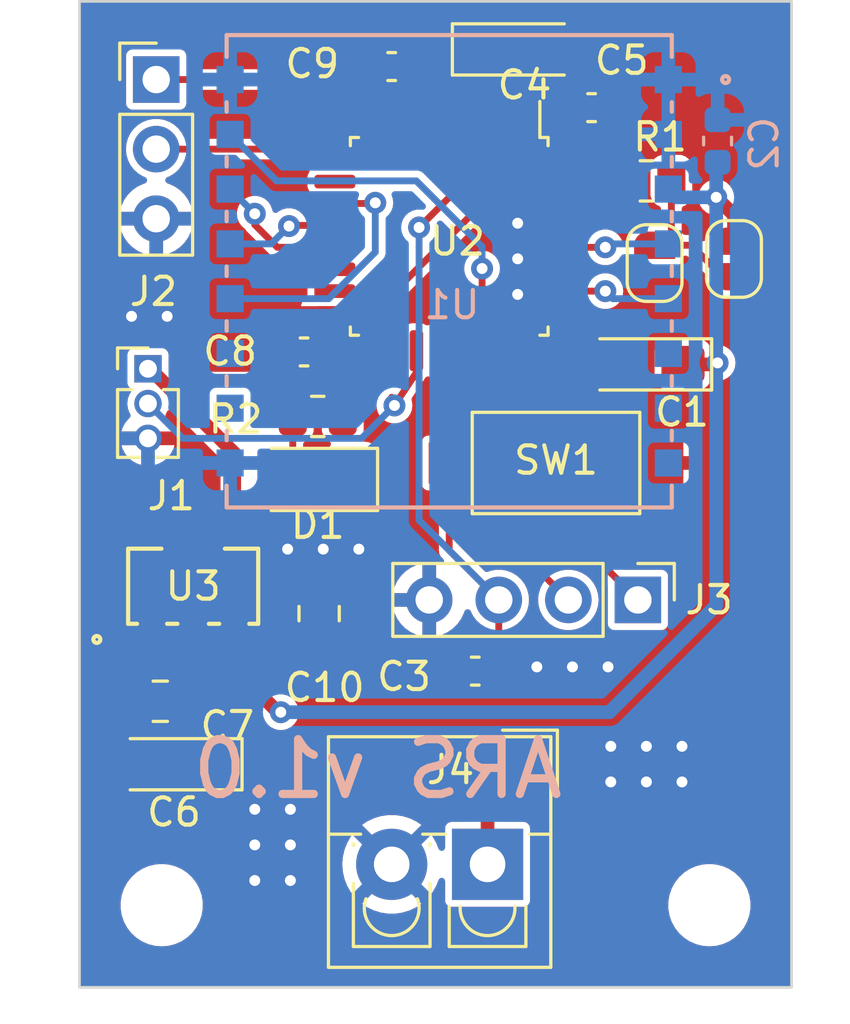
<source format=kicad_pcb>
(kicad_pcb (version 20221018) (generator pcbnew)
  (layers (0 "F.Cu" signal) (31 "B.Cu" signal) (34 "B.Paste" user) (35 "F.Paste" user) (36 "B.SilkS" user "B.Silkscreen") (37 "F.SilkS" user "F.Silkscreen") (38 "B.Mask" user) (39 "F.Mask" user) (44 "Edge.Cuts" user))
  (net 0 "")
  (net 1 "GND")
  (net 2 "VDD")
  (net 3 "NRST")
  (net 4 "Net-(J4-Pin_1)")
  (net 5 "Net-(D1-A)")
  (net 6 "MOTION_INT")
  (net 7 "UART_TX")
  (net 8 "UART_RX")
  (net 9 "SWDIO")
  (net 10 "SWCLK")
  (net 11 "Net-(JP1-B)")
  (net 12 "Net-(U2-BOOT0)")
  (net 13 "Net-(U2-PA8)")
  (net 14 "RA_RST")
  (net 15 "RA_DIO")
  (net 21 "SCK")
  (net 22 "MISO")
  (net 23 "MOSI")
  (net 24 "RA_NSS")
  (footprint "LED_SMD:LED_1206_3216Metric" (layer "F.Cu") (at 8.6 17.455 180)
    (fp_text reference "D1" (at -0.1 -1.645) (layer "F.SilkS"))
    (fp_text value "LED")
    (fp_line (start -2.285 -1.135) (end -2.285 1.135) (stroke (width 0.12)) (layer "F.SilkS"))
    (fp_line (start -2.285 1.135) (end 1.6 1.135) (stroke (width 0.12)) (layer "F.SilkS"))
    (fp_line (start 1.6 -1.135) (end -2.285 -1.135) (stroke (width 0.12)) (layer "F.SilkS"))
    (pad "1" smd roundrect (at -1.4 0 180) (size 1.25 1.75) (layers "F.Cu" "F.Paste" "F.Mask") (roundrect_rratio 0.2) (net 1 "GND"))
    (pad "2" smd roundrect (at 1.4 0 180) (size 1.25 1.75) (layers "F.Cu" "F.Paste" "F.Mask") (roundrect_rratio 0.2) (net 5 "Net-(D1-A)"))
  )
  (footprint "MountingHole:MountingHole_2.5mm" (layer "F.Cu") (at 3 33)
    (fp_text reference "H1" hide)
    (fp_text value "MountingHole")
    (pad "" np_thru_hole circle (at 0 0) (size 2.5 2.5) (drill 2.5) (layers "*.Cu" "*.Mask"))
  )
  (footprint "Capacitor_Tantalum_SMD:CP_EIA-3216-10_Kemet-I_Pad1.58x1.35mm_HandSolder" (layer "F.Cu") (at 16.1 1.755)
    (fp_text reference "C4" (at 0.15 1.3) (layer "F.SilkS"))
    (fp_text value "10u")
    (fp_line (start -2.485 -0.935) (end -2.485 0.935) (stroke (width 0.12)) (layer "F.SilkS"))
    (fp_line (start -2.485 0.935) (end 1.6 0.935) (stroke (width 0.12)) (layer "F.SilkS"))
    (fp_line (start 1.6 -0.935) (end -2.485 -0.935) (stroke (width 0.12)) (layer "F.SilkS"))
    (pad "1" smd roundrect (at -1.4375 0) (size 1.575 1.35) (layers "F.Cu" "F.Paste" "F.Mask") (roundrect_rratio 0.185185) (net 2 "VDD"))
    (pad "2" smd roundrect (at 1.4375 0) (size 1.575 1.35) (layers "F.Cu" "F.Paste" "F.Mask") (roundrect_rratio 0.185185) (net 1 "GND"))
  )
  (footprint "Capacitor_SMD:C_0805_2012Metric" (layer "F.Cu") (at 2.95 25.555 180)
    (fp_text reference "C7" (at -2.45 -0.9 180) (layer "F.SilkS"))
    (fp_text value "1u")
    (fp_line (start -0.261252 -0.735) (end 0.261252 -0.735) (stroke (width 0.12)) (layer "F.SilkS"))
    (fp_line (start -0.261252 0.735) (end 0.261252 0.735) (stroke (width 0.12)) (layer "F.SilkS"))
    (pad "1" smd roundrect (at -0.95 0 180) (size 1 1.45) (layers "F.Cu" "F.Paste" "F.Mask") (net 4 "Net-(J4-Pin_1)"))
    (pad "2" smd roundrect (at 0.95 0 180) (size 1 1.45) (layers "F.Cu" "F.Paste" "F.Mask") (net 1 "GND"))
  )
  (footprint "Capacitor_SMD:C_0603_1608Metric" (layer "F.Cu") (at 14.45 24.455)
    (fp_text reference "C3" (at -2.6 0.2 180) (layer "F.SilkS"))
    (fp_text value "0.1u")
    (fp_line (start -0.14058 -0.51) (end 0.14058 -0.51) (stroke (width 0.12)) (layer "F.SilkS"))
    (fp_line (start -0.14058 0.51) (end 0.14058 0.51) (stroke (width 0.12)) (layer "F.SilkS"))
    (pad "1" smd roundrect (at -0.775 0) (size 0.9 0.95) (layers "F.Cu" "F.Paste" "F.Mask") (net 1 "GND"))
    (pad "2" smd roundrect (at 0.775 0) (size 0.9 0.95) (layers "F.Cu" "F.Paste" "F.Mask") (net 3 "NRST"))
  )
  (footprint "Connector_PinHeader_1.27mm:PinHeader_1x03_P1.27mm_Vertical" (layer "F.Cu") (at 2.5 13.415)
    (fp_text reference "J1" (at 0.85 4.64) (layer "F.SilkS"))
    (fp_text value "Sensor")
    (fp_line (start -1.11 -0.76) (end 0 -0.76) (stroke (width 0.12)) (layer "F.SilkS"))
    (fp_line (start -1.11 0) (end -1.11 -0.76) (stroke (width 0.12)) (layer "F.SilkS"))
    (fp_line (start -1.11 0.76) (end -1.11 3.235) (stroke (width 0.12)) (layer "F.SilkS"))
    (fp_line (start -1.11 0.76) (end -0.563471 0.76) (stroke (width 0.12)) (layer "F.SilkS"))
    (fp_line (start -1.11 3.235) (end -0.30753 3.235) (stroke (width 0.12)) (layer "F.SilkS"))
    (fp_line (start 0.30753 3.235) (end 1.11 3.235) (stroke (width 0.12)) (layer "F.SilkS"))
    (fp_line (start 0.563471 0.76) (end 1.11 0.76) (stroke (width 0.12)) (layer "F.SilkS"))
    (fp_line (start 1.11 0.76) (end 1.11 3.235) (stroke (width 0.12)) (layer "F.SilkS"))
    (pad "1" thru_hole rect (at 0 0) (size 1 1) (drill 0.65) (layers "*.Cu" "*.Mask") (net 2 "VDD"))
    (pad "2" thru_hole oval (at 0 1.27) (size 1 1) (drill 0.65) (layers "*.Cu" "*.Mask") (net 6 "MOTION_INT"))
    (pad "3" thru_hole oval (at 0 2.54) (size 1 1) (drill 0.65) (layers "*.Cu" "*.Mask") (net 1 "GND"))
  )
  (footprint "Connector_PinHeader_2.54mm:PinHeader_1x04_P2.54mm_Vertical" (layer "F.Cu") (at 20.39 21.855 -90)
    (fp_text reference "J3" (at 0 -2.6 -180) (layer "F.SilkS"))
    (fp_text value "SWD")
    (fp_line (start -1.33 -1.33) (end 0 -1.33) (stroke (width 0.12)) (layer "F.SilkS"))
    (fp_line (start -1.33 0) (end -1.33 -1.33) (stroke (width 0.12)) (layer "F.SilkS"))
    (fp_line (start -1.33 1.27) (end -1.33 8.95) (stroke (width 0.12)) (layer "F.SilkS"))
    (fp_line (start -1.33 1.27) (end 1.33 1.27) (stroke (width 0.12)) (layer "F.SilkS"))
    (fp_line (start -1.33 8.95) (end 1.33 8.95) (stroke (width 0.12)) (layer "F.SilkS"))
    (fp_line (start 1.33 1.27) (end 1.33 8.95) (stroke (width 0.12)) (layer "F.SilkS"))
    (pad "1" thru_hole rect (at 0 0 270) (size 1.7 1.7) (drill 1) (layers "*.Cu" "*.Mask") (net 10 "SWCLK"))
    (pad "2" thru_hole oval (at 0 2.54 270) (size 1.7 1.7) (drill 1) (layers "*.Cu" "*.Mask") (net 9 "SWDIO"))
    (pad "3" thru_hole oval (at 0 5.08 270) (size 1.7 1.7) (drill 1) (layers "*.Cu" "*.Mask") (net 3 "NRST"))
    (pad "4" thru_hole oval (at 0 7.62 270) (size 1.7 1.7) (drill 1) (layers "*.Cu" "*.Mask") (net 1 "GND"))
  )
  (footprint "Capacitor_SMD:C_0805_2012Metric" (layer "F.Cu") (at 8.75 22.355 90)
    (fp_text reference "C10" (at -2.7 0.2) (layer "F.SilkS"))
    (fp_text value "1u")
    (fp_line (start -0.261252 -0.735) (end 0.261252 -0.735) (stroke (width 0.12)) (layer "F.SilkS"))
    (fp_line (start -0.261252 0.735) (end 0.261252 0.735) (stroke (width 0.12)) (layer "F.SilkS"))
    (pad "1" smd roundrect (at -0.95 0 90) (size 1 1.45) (layers "F.Cu" "F.Paste" "F.Mask") (net 2 "VDD"))
    (pad "2" smd roundrect (at 0.95 0 90) (size 1 1.45) (layers "F.Cu" "F.Paste" "F.Mask") (net 1 "GND"))
  )
  (footprint "Capacitor_SMD:C_0603_1608Metric" (layer "F.Cu") (at 11.4 2.38 180)
    (fp_text reference "C9" (at 2.9 0.1) (layer "F.SilkS"))
    (fp_text value "0.1u")
    (fp_line (start -0.14058 -0.51) (end 0.14058 -0.51) (stroke (width 0.12)) (layer "F.SilkS"))
    (fp_line (start -0.14058 0.51) (end 0.14058 0.51) (stroke (width 0.12)) (layer "F.SilkS"))
    (pad "1" smd roundrect (at -0.775 0 180) (size 0.9 0.95) (layers "F.Cu" "F.Paste" "F.Mask") (net 2 "VDD"))
    (pad "2" smd roundrect (at 0.775 0 180) (size 0.9 0.95) (layers "F.Cu" "F.Paste" "F.Mask") (net 1 "GND"))
  )
  (footprint "Resistor_SMD:R_0805_2012Metric" (layer "F.Cu") (at 8.7 15.155 180)
    (fp_text reference "R2" (at 3 -0.1) (layer "F.SilkS"))
    (fp_text value "1k")
    (fp_line (start -0.227064 -0.735) (end 0.227064 -0.735) (stroke (width 0.12)) (layer "F.SilkS"))
    (fp_line (start -0.227064 0.735) (end 0.227064 0.735) (stroke (width 0.12)) (layer "F.SilkS"))
    (pad "1" smd roundrect (at -0.9125 0 180) (size 1.025 1.4) (layers "F.Cu" "F.Paste" "F.Mask") (roundrect_rratio 0.243902) (net 13 "Net-(U2-PA8)"))
    (pad "2" smd roundrect (at 0.9125 0 180) (size 1.025 1.4) (layers "F.Cu" "F.Paste" "F.Mask") (roundrect_rratio 0.243902) (net 5 "Net-(D1-A)"))
  )
  (footprint "Jumper:SolderJumper-2_P1.3mm_Open_RoundedPad1.0x1.5mm" (layer "F.Cu") (at 23.9 9.405 -90)
    (fp_text reference "JP2" hide)
    (fp_text value "SolderJumper_2_Open")
    (fp_line (start -1.4 0.3) (end -1.4 -0.3) (stroke (width 0.12)) (layer "F.SilkS"))
    (fp_line (start -0.7 -1) (end 0.7 -1) (stroke (width 0.12)) (layer "F.SilkS"))
    (fp_line (start 0.7 1) (end -0.7 1) (stroke (width 0.12)) (layer "F.SilkS"))
    (fp_line (start 1.4 -0.3) (end 1.4 0.3) (stroke (width 0.12)) (layer "F.SilkS"))
    (fp_arc (start -1.4 -0.3) (mid -1.194975 -0.794975) (end -0.7 -1) (stroke (width 0.12)) (layer "F.SilkS"))
    (fp_arc (start -0.7 1) (mid -1.194975 0.794975) (end -1.4 0.3) (stroke (width 0.12)) (layer "F.SilkS"))
    (fp_arc (start 0.7 -1) (mid 1.194975 -0.794975) (end 1.4 -0.3) (stroke (width 0.12)) (layer "F.SilkS"))
    (fp_arc (start 1.4 0.3) (mid 1.194975 0.794975) (end 0.7 1) (stroke (width 0.12)) (layer "F.SilkS"))
    (pad "1" smd custom (at -0.65 0 270) (size 1 0.5) (layers "F.Cu" "F.Mask") (net 2 "VDD") (options (clearance outline) (anchor rect)) (primitives (gr_circle (center 0 0.25) (end 0.5 0.25) (width 0) (fill yes)) (gr_circle (center 0 -0.25) (end 0.5 -0.25) (width 0) (fill yes)) (gr_poly (pts (xy 0.5 0.75) (xy 0 0.75) (xy 0 -0.75) (xy 0.5 -0.75)) (width 0) (fill yes))))
    (pad "2" smd custom (at 0.65 0 270) (size 1 0.5) (layers "F.Cu" "F.Mask") (net 11 "Net-(JP1-B)") (options (clearance outline) (anchor rect)) (primitives (gr_circle (center 0 0.25) (end 0.5 0.25) (width 0) (fill yes)) (gr_circle (center 0 -0.25) (end 0.5 -0.25) (width 0) (fill yes)) (gr_poly (pts (xy 0 0.75) (xy -0.5 0.75) (xy -0.5 -0.75) (xy 0 -0.75)) (width 0) (fill yes))))
  )
  (footprint "Capacitor_SMD:C_0603_1608Metric" (layer "F.Cu") (at 8.2 12.8 180)
    (fp_text reference "C8" (at 2.7 0.025) (layer "F.SilkS"))
    (fp_text value "0.1u")
    (fp_line (start -0.14058 -0.51) (end 0.14058 -0.51) (stroke (width 0.12)) (layer "F.SilkS"))
    (fp_line (start -0.14058 0.51) (end 0.14058 0.51) (stroke (width 0.12)) (layer "F.SilkS"))
    (pad "1" smd roundrect (at -0.775 0 180) (size 0.9 0.95) (layers "F.Cu" "F.Paste" "F.Mask") (net 2 "VDD"))
    (pad "2" smd roundrect (at 0.775 0 180) (size 0.9 0.95) (layers "F.Cu" "F.Paste" "F.Mask") (net 1 "GND"))
  )
  (footprint "Jumper:SolderJumper-2_P1.3mm_Open_RoundedPad1.0x1.5mm" (layer "F.Cu") (at 21 9.555 90)
    (fp_text reference "JP1" hide)
    (fp_text value "SolderJumper_2_Open")
    (fp_line (start -1.4 0.3) (end -1.4 -0.3) (stroke (width 0.12)) (layer "F.SilkS"))
    (fp_line (start -0.7 -1) (end 0.7 -1) (stroke (width 0.12)) (layer "F.SilkS"))
    (fp_line (start 0.7 1) (end -0.7 1) (stroke (width 0.12)) (layer "F.SilkS"))
    (fp_line (start 1.4 -0.3) (end 1.4 0.3) (stroke (width 0.12)) (layer "F.SilkS"))
    (fp_arc (start -1.4 -0.3) (mid -1.194975 -0.794975) (end -0.7 -1) (stroke (width 0.12)) (layer "F.SilkS"))
    (fp_arc (start -0.7 1) (mid -1.194975 0.794975) (end -1.4 0.3) (stroke (width 0.12)) (layer "F.SilkS"))
    (fp_arc (start 0.7 -1) (mid 1.194975 -0.794975) (end 1.4 -0.3) (stroke (width 0.12)) (layer "F.SilkS"))
    (fp_arc (start 1.4 0.3) (mid 1.194975 0.794975) (end 0.7 1) (stroke (width 0.12)) (layer "F.SilkS"))
    (pad "1" smd custom (at -0.65 0 90) (size 1 0.5) (layers "F.Cu" "F.Mask") (net 1 "GND") (options (clearance outline) (anchor rect)) (primitives (gr_circle (center 0 0.25) (end 0.5 0.25) (width 0) (fill yes)) (gr_circle (center 0 -0.25) (end 0.5 -0.25) (width 0) (fill yes)) (gr_poly (pts (xy 0.5 0.75) (xy 0 0.75) (xy 0 -0.75) (xy 0.5 -0.75)) (width 0) (fill yes))))
    (pad "2" smd custom (at 0.65 0 90) (size 1 0.5) (layers "F.Cu" "F.Mask") (net 11 "Net-(JP1-B)") (options (clearance outline) (anchor rect)) (primitives (gr_circle (center 0 0.25) (end 0.5 0.25) (width 0) (fill yes)) (gr_circle (center 0 -0.25) (end 0.5 -0.25) (width 0) (fill yes)) (gr_poly (pts (xy 0 0.75) (xy -0.5 0.75) (xy -0.5 -0.75) (xy 0 -0.75)) (width 0) (fill yes))))
  )
  (footprint "Package_QFP:LQFP-32_7x7mm_P0.8mm" (layer "F.Cu") (at 13.5 8.58 -90)
    (fp_text reference "U2" (at 0.175 -0.3 -180) (layer "F.SilkS"))
    (fp_text value "STM32F030K6Tx")
    (fp_line (start -3.61 -3.61) (end -3.61 -3.31) (stroke (width 0.12)) (layer "F.SilkS"))
    (fp_line (start -3.61 -3.31) (end -4.925 -3.31) (stroke (width 0.12)) (layer "F.SilkS"))
    (fp_line (start -3.61 3.61) (end -3.61 3.31) (stroke (width 0.12)) (layer "F.SilkS"))
    (fp_line (start -3.31 -3.61) (end -3.61 -3.61) (stroke (width 0.12)) (layer "F.SilkS"))
    (fp_line (start -3.31 3.61) (end -3.61 3.61) (stroke (width 0.12)) (layer "F.SilkS"))
    (fp_line (start 3.31 -3.61) (end 3.61 -3.61) (stroke (width 0.12)) (layer "F.SilkS"))
    (fp_line (start 3.31 3.61) (end 3.61 3.61) (stroke (width 0.12)) (layer "F.SilkS"))
    (fp_line (start 3.61 -3.61) (end 3.61 -3.31) (stroke (width 0.12)) (layer "F.SilkS"))
    (fp_line (start 3.61 3.61) (end 3.61 3.31) (stroke (width 0.12)) (layer "F.SilkS"))
    (pad "1" smd roundrect (at -4.175 -2.8 270) (size 1.5 0.5) (layers "F.Cu" "F.Paste" "F.Mask") (net 2 "VDD"))
    (pad "2" smd roundrect (at -4.175 -2 270) (size 1.5 0.5) (layers "F.Cu" "F.Paste" "F.Mask"))
    (pad "3" smd roundrect (at -4.175 -1.2 270) (size 1.5 0.5) (layers "F.Cu" "F.Paste" "F.Mask"))
    (pad "4" smd roundrect (at -4.175 -0.4 270) (size 1.5 0.5) (layers "F.Cu" "F.Paste" "F.Mask") (net 3 "NRST"))
    (pad "5" smd roundrect (at -4.175 0.4 270) (size 1.5 0.5) (layers "F.Cu" "F.Paste" "F.Mask") (net 2 "VDD"))
    (pad "6" smd roundrect (at -4.175 1.2 270) (size 1.5 0.5) (layers "F.Cu" "F.Paste" "F.Mask"))
    (pad "7" smd roundrect (at -4.175 2 270) (size 1.5 0.5) (layers "F.Cu" "F.Paste" "F.Mask"))
    (pad "8" smd roundrect (at -4.175 2.8 270) (size 1.5 0.5) (layers "F.Cu" "F.Paste" "F.Mask") (net 7 "UART_TX"))
    (pad "9" smd roundrect (at -2.8 4.175 270) (size 0.5 1.5) (layers "F.Cu" "F.Paste" "F.Mask") (net 8 "UART_RX"))
    (pad "10" smd roundrect (at -2 4.175 270) (size 0.5 1.5) (layers "F.Cu" "F.Paste" "F.Mask"))
    (pad "11" smd roundrect (at -1.2 4.175 270) (size 0.5 1.5) (layers "F.Cu" "F.Paste" "F.Mask") (net 21 "SCK"))
    (pad "12" smd roundrect (at -0.4 4.175 270) (size 0.5 1.5) (layers "F.Cu" "F.Paste" "F.Mask") (net 22 "MISO"))
    (pad "13" smd roundrect (at 0.4 4.175 270) (size 0.5 1.5) (layers "F.Cu" "F.Paste" "F.Mask") (net 23 "MOSI"))
    (pad "14" smd roundrect (at 1.2 4.175 270) (size 0.5 1.5) (layers "F.Cu" "F.Paste" "F.Mask"))
    (pad "15" smd roundrect (at 2 4.175 270) (size 0.5 1.5) (layers "F.Cu" "F.Paste" "F.Mask"))
    (pad "16" smd roundrect (at 2.8 4.175 270) (size 0.5 1.5) (layers "F.Cu" "F.Paste" "F.Mask") (net 1 "GND"))
    (pad "17" smd roundrect (at 4.175 2.8 270) (size 1.5 0.5) (layers "F.Cu" "F.Paste" "F.Mask") (net 2 "VDD"))
    (pad "18" smd roundrect (at 4.175 2 270) (size 1.5 0.5) (layers "F.Cu" "F.Paste" "F.Mask") (net 13 "Net-(U2-PA8)"))
    (pad "19" smd roundrect (at 4.175 1.2 270) (size 1.5 0.5) (layers "F.Cu" "F.Paste" "F.Mask") (net 6 "MOTION_INT"))
    (pad "20" smd roundrect (at 4.175 0.4 270) (size 1.5 0.5) (layers "F.Cu" "F.Paste" "F.Mask"))
    (pad "21" smd roundrect (at 4.175 -0.4 270) (size 1.5 0.5) (layers "F.Cu" "F.Paste" "F.Mask"))
    (pad "22" smd roundrect (at 4.175 -1.2 270) (size 1.5 0.5) (layers "F.Cu" "F.Paste" "F.Mask") (net 24 "RA_NSS"))
    (pad "23" smd roundrect (at 4.175 -2 270) (size 1.5 0.5) (layers "F.Cu" "F.Paste" "F.Mask") (net 9 "SWDIO"))
    (pad "24" smd roundrect (at 4.175 -2.8 270) (size 1.5 0.5) (layers "F.Cu" "F.Paste" "F.Mask") (net 10 "SWCLK"))
    (pad "25" smd roundrect (at 2.8 -4.175 270) (size 0.5 1.5) (layers "F.Cu" "F.Paste" "F.Mask"))
    (pad "26" smd roundrect (at 2 -4.175 270) (size 0.5 1.5) (layers "F.Cu" "F.Paste" "F.Mask") (net 15 "RA_DIO"))
    (pad "27" smd roundrect (at 1.2 -4.175 270) (size 0.5 1.5) (layers "F.Cu" "F.Paste" "F.Mask"))
    (pad "28" smd roundrect (at 0.4 -4.175 270) (size 0.5 1.5) (layers "F.Cu" "F.Paste" "F.Mask") (net 14 "RA_RST"))
    (pad "29" smd roundrect (at -0.4 -4.175 270) (size 0.5 1.5) (layers "F.Cu" "F.Paste" "F.Mask"))
    (pad "30" smd roundrect (at -1.2 -4.175 270) (size 0.5 1.5) (layers "F.Cu" "F.Paste" "F.Mask"))
    (pad "31" smd roundrect (at -2 -4.175 270) (size 0.5 1.5) (layers "F.Cu" "F.Paste" "F.Mask") (net 12 "Net-(U2-BOOT0)"))
    (pad "32" smd roundrect (at -2.8 -4.175 270) (size 0.5 1.5) (layers "F.Cu" "F.Paste" "F.Mask") (net 1 "GND"))
  )
  (footprint "footprints1:SOT-89_TOR" (layer "F.Cu") (at 4.15 21.355)
    (fp_text reference "U3" (at 0 0 unlocked) (layer "F.SilkS"))
    (fp_text value "XC6206P332PR-G")
    (fp_poly (pts (xy -0.2413 1.2446) (xy -0.2413 0.9906) (xy -0.8255 0.4572) (xy -0.8255 -2.0066) (xy 0.8255 -2.0066) (xy 0.8255 0.4572) (xy 0.2413 1.016) (xy 0.2413 1.2446)) (fill solid) (layer "F.Cu"))
    (fp_line (start -2.3749 -1.3716) (end -2.3749 1.3716) (stroke (width 0.1524)) (layer "F.SilkS"))
    (fp_line (start -2.3749 1.3716) (end -2.04864 1.3716) (stroke (width 0.1524)) (layer "F.SilkS"))
    (fp_line (start -1.15824 -1.3716) (end -2.3749 -1.3716) (stroke (width 0.1524)) (layer "F.SilkS"))
    (fp_line (start -0.95136 1.3716) (end -0.57404 1.3716) (stroke (width 0.1524)) (layer "F.SilkS"))
    (fp_line (start 0.57404 1.3716) (end 0.95136 1.3716) (stroke (width 0.1524)) (layer "F.SilkS"))
    (fp_line (start 2.04864 1.3716) (end 2.3749 1.3716) (stroke (width 0.1524)) (layer "F.SilkS"))
    (fp_line (start 2.3749 -1.3716) (end 1.15824 -1.3716) (stroke (width 0.1524)) (layer "F.SilkS"))
    (fp_line (start 2.3749 1.3716) (end 2.3749 -1.3716) (stroke (width 0.1524)) (layer "F.SilkS"))
    (fp_circle (center -3.5179 1.9431) (end -3.3909 1.9431) (stroke (width 0.1524)) (fill none) (layer "F.SilkS"))
    (pad "1" smd rect (at -1.5 1.8415) (size 0.4318 1.1938) (layers "F.Cu" "F.Paste" "F.Mask") (net 1 "GND"))
    (pad "2" smd rect (at 0 1.8415) (size 0.4826 1.1938) (layers "F.Cu" "F.Paste" "F.Mask") (net 4 "Net-(J4-Pin_1)"))
    (pad "3" smd rect (at 1.5 1.8415) (size 0.4318 1.1938) (layers "F.Cu" "F.Paste" "F.Mask") (net 2 "VDD"))
  )
  (footprint "Resistor_SMD:R_0805_2012Metric" (layer "F.Cu") (at 20.7 6.555 180)
    (fp_text reference "R1" (at -0.5 1.6 180) (layer "F.SilkS"))
    (fp_text value "10k")
    (fp_line (start -0.227064 -0.735) (end 0.227064 -0.735) (stroke (width 0.12)) (layer "F.SilkS"))
    (fp_line (start -0.227064 0.735) (end 0.227064 0.735) (stroke (width 0.12)) (layer "F.SilkS"))
    (pad "1" smd roundrect (at -0.9125 0 180) (size 1.025 1.4) (layers "F.Cu" "F.Paste" "F.Mask") (roundrect_rratio 0.243902) (net 11 "Net-(JP1-B)"))
    (pad "2" smd roundrect (at 0.9125 0 180) (size 1.025 1.4) (layers "F.Cu" "F.Paste" "F.Mask") (roundrect_rratio 0.243902) (net 12 "Net-(U2-BOOT0)"))
  )
  (footprint "MountingHole:MountingHole_2.5mm" (layer "F.Cu") (at 23 33)
    (fp_text reference "H2" hide)
    (fp_text value "MountingHole")
    (pad "" np_thru_hole circle (at 0 0) (size 2.5 2.5) (drill 2.5) (layers "*.Cu" "*.Mask"))
  )
  (footprint "Capacitor_Tantalum_SMD:CP_EIA-3216-10_Kemet-I_Pad1.58x1.35mm_HandSolder" (layer "F.Cu") (at 20.6 13.255 180)
    (fp_text reference "C1" (at -1.4 -1.745) (layer "F.SilkS"))
    (fp_text value "10u")
    (fp_line (start -2.485 -0.935) (end -2.485 0.935) (stroke (width 0.12)) (layer "F.SilkS"))
    (fp_line (start -2.485 0.935) (end 1.6 0.935) (stroke (width 0.12)) (layer "F.SilkS"))
    (fp_line (start 1.6 -0.935) (end -2.485 -0.935) (stroke (width 0.12)) (layer "F.SilkS"))
    (pad "1" smd roundrect (at -1.4375 0 180) (size 1.575 1.35) (layers "F.Cu" "F.Paste" "F.Mask") (roundrect_rratio 0.185185) (net 2 "VDD"))
    (pad "2" smd roundrect (at 1.4375 0 180) (size 1.575 1.35) (layers "F.Cu" "F.Paste" "F.Mask") (roundrect_rratio 0.185185) (net 1 "GND"))
  )
  (footprint "Connector_PinHeader_2.54mm:PinHeader_1x03_P2.54mm_Vertical" (layer "F.Cu") (at 2.8 2.855)
    (fp_text reference "J2" (at -0.1 7.74) (layer "F.SilkS"))
    (fp_text value "UART")
    (fp_line (start -1.33 -1.33) (end 0 -1.33) (stroke (width 0.12)) (layer "F.SilkS"))
    (fp_line (start -1.33 0) (end -1.33 -1.33) (stroke (width 0.12)) (layer "F.SilkS"))
    (fp_line (start -1.33 1.27) (end -1.33 6.41) (stroke (width 0.12)) (layer "F.SilkS"))
    (fp_line (start -1.33 1.27) (end 1.33 1.27) (stroke (width 0.12)) (layer "F.SilkS"))
    (fp_line (start -1.33 6.41) (end 1.33 6.41) (stroke (width 0.12)) (layer "F.SilkS"))
    (fp_line (start 1.33 1.27) (end 1.33 6.41) (stroke (width 0.12)) (layer "F.SilkS"))
    (pad "1" thru_hole rect (at 0 0) (size 1.7 1.7) (drill 1) (layers "*.Cu" "*.Mask") (net 7 "UART_TX"))
    (pad "2" thru_hole oval (at 0 2.54) (size 1.7 1.7) (drill 1) (layers "*.Cu" "*.Mask") (net 8 "UART_RX"))
    (pad "3" thru_hole oval (at 0 5.08) (size 1.7 1.7) (drill 1) (layers "*.Cu" "*.Mask") (net 1 "GND"))
  )
  (footprint "Button_Switch_SMD:SW_SPST_CK_RS282G05A3" (layer "F.Cu") (at 17.4 16.855)
    (fp_text reference "SW1" (at 0 -0.1) (layer "F.SilkS"))
    (fp_text value "RESET")
    (fp_line (start -3.06 -1.85) (end 3.06 -1.85) (stroke (width 0.12)) (layer "F.SilkS"))
    (fp_line (start -3.06 1.85) (end -3.06 -1.85) (stroke (width 0.12)) (layer "F.SilkS"))
    (fp_line (start 3.06 -1.85) (end 3.06 1.85) (stroke (width 0.12)) (layer "F.SilkS"))
    (fp_line (start 3.06 1.85) (end -3.06 1.85) (stroke (width 0.12)) (layer "F.SilkS"))
    (pad "1" smd rect (at -3.9 0) (size 1.5 1.5) (layers "F.Cu" "F.Paste" "F.Mask") (net 3 "NRST"))
    (pad "2" smd rect (at 3.9 0) (size 1.5 1.5) (layers "F.Cu" "F.Paste" "F.Mask") (net 1 "GND"))
  )
  (footprint "TerminalBlock_4Ucon:TerminalBlock_4Ucon_1x02_P3.50mm_Vertical" (layer "F.Cu") (at 14.9 31.51 180)
    (fp_text reference "J4" (at 1.35 3.455) (layer "F.SilkS"))
    (fp_text value "12V")
    (fp_line (start -2.55 2.66) (end -2.55 4.9) (stroke (width 0.12)) (layer "F.SilkS"))
    (fp_line (start -2.55 4.9) (end -0.55 4.9) (stroke (width 0.12)) (layer "F.SilkS"))
    (fp_line (start -2.31 -3.76) (end -2.31 4.66) (stroke (width 0.12)) (layer "F.SilkS"))
    (fp_line (start -2.31 -3.76) (end 5.81 -3.76) (stroke (width 0.12)) (layer "F.SilkS"))
    (fp_line (start -2.31 1.101) (end -1.54 1.101) (stroke (width 0.12)) (layer "F.SilkS"))
    (fp_line (start -2.31 4.66) (end 5.81 4.66) (stroke (width 0.12)) (layer "F.SilkS"))
    (fp_line (start -1.4 -3) (end -1.4 -1.54) (stroke (width 0.12)) (layer "F.SilkS"))
    (fp_line (start -1.4 -3) (end 1.4 -3) (stroke (width 0.12)) (layer "F.SilkS"))
    (fp_line (start 1.4 -3) (end 1.4 -1.54) (stroke (width 0.12)) (layer "F.SilkS"))
    (fp_line (start 1.54 1.101) (end 2.367 1.101) (stroke (width 0.12)) (layer "F.SilkS"))
    (fp_line (start 2.1 -3) (end 2.1 -0.689) (stroke (width 0.12)) (layer "F.SilkS"))
    (fp_line (start 2.1 -3) (end 4.9 -3) (stroke (width 0.12)) (layer "F.SilkS"))
    (fp_line (start 2.1 0.689) (end 2.1 0.75) (stroke (width 0.12)) (layer "F.SilkS"))
    (fp_line (start 2.1 0.75) (end 2.101 0.75) (stroke (width 0.12)) (layer "F.SilkS"))
    (fp_line (start 4.634 1.101) (end 5.81 1.101) (stroke (width 0.12)) (layer "F.SilkS"))
    (fp_line (start 4.9 -3) (end 4.9 -0.689) (stroke (width 0.12)) (layer "F.SilkS"))
    (fp_line (start 4.9 0.689) (end 4.9 0.75) (stroke (width 0.12)) (layer "F.SilkS"))
    (fp_line (start 4.9 0.75) (end 4.9 0.75) (stroke (width 0.12)) (layer "F.SilkS"))
    (fp_line (start 5.81 -3.76) (end 5.81 4.66) (stroke (width 0.12)) (layer "F.SilkS"))
    (fp_arc (start -0.99789 -1.529434) (mid -0.000785 -2.600382) (end 0.998 -1.531) (stroke (width 0.12)) (layer "F.SilkS"))
    (fp_arc (start 2.560085 -1.257767) (mid 3.499876 -2.600282) (end 4.44 -1.258) (stroke (width 0.12)) (layer "F.SilkS"))
    (pad "1" thru_hole rect (at 0 0 180) (size 2.6 2.6) (drill 1.3) (layers "*.Cu" "*.Mask") (net 4 "Net-(J4-Pin_1)"))
    (pad "2" thru_hole circle (at 3.5 0 180) (size 2.6 2.6) (drill 1.3) (layers "*.Cu" "*.Mask") (net 1 "GND"))
  )
  (footprint "Capacitor_Tantalum_SMD:CP_EIA-3216-10_Kemet-I_Pad1.58x1.35mm_HandSolder" (layer "F.Cu") (at 3.45 27.855 180)
    (fp_text reference "C6" (at 0 -1.75) (layer "F.SilkS"))
    (fp_text value "10u")
    (fp_line (start -2.485 -0.935) (end -2.485 0.935) (stroke (width 0.12)) (layer "F.SilkS"))
    (fp_line (start -2.485 0.935) (end 1.6 0.935) (stroke (width 0.12)) (layer "F.SilkS"))
    (fp_line (start 1.6 -0.935) (end -2.485 -0.935) (stroke (width 0.12)) (layer "F.SilkS"))
    (pad "1" smd roundrect (at -1.4375 0 180) (size 1.575 1.35) (layers "F.Cu" "F.Paste" "F.Mask") (roundrect_rratio 0.185185) (net 4 "Net-(J4-Pin_1)"))
    (pad "2" smd roundrect (at 1.4375 0 180) (size 1.575 1.35) (layers "F.Cu" "F.Paste" "F.Mask") (roundrect_rratio 0.185185) (net 1 "GND"))
  )
  (footprint "Capacitor_SMD:C_0603_1608Metric" (layer "F.Cu") (at 18.7 3.88 180)
    (fp_text reference "C5" (at -1.1 1.725) (layer "F.SilkS"))
    (fp_text value "0.1u")
    (fp_line (start -0.14058 -0.51) (end 0.14058 -0.51) (stroke (width 0.12)) (layer "F.SilkS"))
    (fp_line (start -0.14058 0.51) (end 0.14058 0.51) (stroke (width 0.12)) (layer "F.SilkS"))
    (pad "1" smd roundrect (at -0.775 0 180) (size 0.9 0.95) (layers "F.Cu" "F.Paste" "F.Mask") (net 1 "GND"))
    (pad "2" smd roundrect (at 0.775 0 180) (size 0.9 0.95) (layers "F.Cu" "F.Paste" "F.Mask") (net 2 "VDD"))
  )
  (footprint "Capacitor_SMD:C_0603_1608Metric" (layer "B.Cu") (at 23.3 5.1 -90)
    (fp_text reference "C2" (at 0.1 -1.7 90) (layer "B.SilkS") (effects (justify mirror)))
    (fp_text value "0.1u")
    (fp_line (start -0.14058 -0.51) (end 0.14058 -0.51) (stroke (width 0.12)) (layer "B.SilkS"))
    (fp_line (start -0.14058 0.51) (end 0.14058 0.51) (stroke (width 0.12)) (layer "B.SilkS"))
    (pad "1" smd roundrect (at -0.775 0 270) (size 0.9 0.95) (layers "B.Cu" "B.Paste" "B.Mask") (net 1 "GND"))
    (pad "2" smd roundrect (at 0.775 0 270) (size 0.9 0.95) (layers "B.Cu" "B.Paste" "B.Mask") (net 2 "VDD"))
  )
  (footprint "footprints:RA-02_AIT" (layer "B.Cu") (at 13.5 9.855 180)
    (fp_text reference "U1" (at -0.1 -1.225 unlocked) (layer "B.SilkS") (effects (justify mirror)))
    (fp_text value "RA-02")
    (fp_line (start -8.128 -8.6233) (end 8.128 -8.6233) (stroke (width 0.1524)) (layer "B.SilkS"))
    (fp_line (start -8.128 -7.828041) (end -8.128 -8.6233) (stroke (width 0.1524)) (layer "B.SilkS"))
    (fp_line (start -8.128 -5.82804) (end -8.128 -6.171961) (stroke (width 0.1524)) (layer "B.SilkS"))
    (fp_line (start -8.128 -3.828039) (end -8.128 -4.17196) (stroke (width 0.1524)) (layer "B.SilkS"))
    (fp_line (start -8.128 -1.828041) (end -8.128 -2.171959) (stroke (width 0.1524)) (layer "B.SilkS"))
    (fp_line (start -8.128 0.171961) (end -8.128 -0.171961) (stroke (width 0.1524)) (layer "B.SilkS"))
    (fp_line (start -8.128 2.171959) (end -8.128 1.828041) (stroke (width 0.1524)) (layer "B.SilkS"))
    (fp_line (start -8.128 4.17196) (end -8.128 3.828039) (stroke (width 0.1524)) (layer "B.SilkS"))
    (fp_line (start -8.128 6.171959) (end -8.128 5.82804) (stroke (width 0.1524)) (layer "B.SilkS"))
    (fp_line (start -8.128 8.6233) (end -8.128 7.828039) (stroke (width 0.1524)) (layer "B.SilkS"))
    (fp_line (start 8.128 -8.6233) (end 8.128 -7.828039) (stroke (width 0.1524)) (layer "B.SilkS"))
    (fp_line (start 8.128 -6.171959) (end 8.128 -5.82804) (stroke (width 0.1524)) (layer "B.SilkS"))
    (fp_line (start 8.128 -4.17196) (end 8.128 -3.828039) (stroke (width 0.1524)) (layer "B.SilkS"))
    (fp_line (start 8.128 -2.171959) (end 8.128 -1.828041) (stroke (width 0.1524)) (layer "B.SilkS"))
    (fp_line (start 8.128 -0.171961) (end 8.128 0.171961) (stroke (width 0.1524)) (layer "B.SilkS"))
    (fp_line (start 8.128 1.828041) (end 8.128 2.171959) (stroke (width 0.1524)) (layer "B.SilkS"))
    (fp_line (start 8.128 3.828039) (end 8.128 4.17196) (stroke (width 0.1524)) (layer "B.SilkS"))
    (fp_line (start 8.128 5.82804) (end 8.128 6.171961) (stroke (width 0.1524)) (layer "B.SilkS"))
    (fp_line (start 8.128 7.828041) (end 8.128 8.6233) (stroke (width 0.1524)) (layer "B.SilkS"))
    (fp_line (start 8.128 8.6233) (end -8.128 8.6233) (stroke (width 0.1524)) (layer "B.SilkS"))
    (fp_circle (center -10.0932 7) (end -9.9662 7) (stroke (width 0.1524)) (fill none) (layer "B.SilkS"))
    (pad "1" smd rect (at -8.001 6.999999 180) (size 0.9906 0.9906) (layers "B.Cu" "B.Paste" "B.Mask") (net 1 "GND"))
    (pad "2" smd rect (at -8.001 5 180) (size 0.9906 0.9906) (layers "B.Cu" "B.Paste" "B.Mask") (net 1 "GND"))
    (pad "3" smd rect (at -8.001 2.999999 180) (size 0.9906 0.9906) (layers "B.Cu" "B.Paste" "B.Mask") (net 2 "VDD"))
    (pad "4" smd rect (at -8.001 1.000001 180) (size 0.9906 0.9906) (layers "B.Cu" "B.Paste" "B.Mask") (net 14 "RA_RST"))
    (pad "5" smd rect (at -8.001 -1.000001 180) (size 0.9906 0.9906) (layers "B.Cu" "B.Paste" "B.Mask") (net 15 "RA_DIO"))
    (pad "6" smd rect (at -8.001 -2.999999 180) (size 0.9906 0.9906) (layers "B.Cu" "B.Paste" "B.Mask"))
    (pad "7" smd rect (at -8.001 -5 180) (size 0.9906 0.9906) (layers "B.Cu" "B.Paste" "B.Mask"))
    (pad "8" smd rect (at -8.001 -7.000001 180) (size 0.9906 0.9906) (layers "B.Cu" "B.Paste" "B.Mask"))
    (pad "9" smd rect (at 8.001 -6.999999 180) (size 0.9906 0.9906) (layers "B.Cu" "B.Paste" "B.Mask") (net 1 "GND"))
    (pad "10" smd rect (at 8.001 -5 180) (size 0.9906 0.9906) (layers "B.Cu" "B.Paste" "B.Mask"))
    (pad "11" smd rect (at 8.001 -2.999999 180) (size 0.9906 0.9906) (layers "B.Cu" "B.Paste" "B.Mask"))
    (pad "12" smd rect (at 8.001 -1.000001 180) (size 0.9906 0.9906) (layers "B.Cu" "B.Paste" "B.Mask") (net 21 "SCK"))
    (pad "13" smd rect (at 8.001 1.000001 180) (size 0.9906 0.9906) (layers "B.Cu" "B.Paste" "B.Mask") (net 22 "MISO"))
    (pad "14" smd rect (at 8.001 2.999999 180) (size 0.9906 0.9906) (layers "B.Cu" "B.Paste" "B.Mask") (net 23 "MOSI"))
    (pad "15" smd rect (at 8.001 5 180) (size 0.9906 0.9906) (layers "B.Cu" "B.Paste" "B.Mask") (net 24 "RA_NSS"))
    (pad "16" smd rect (at 8.001 7.000001 180) (size 0.9906 0.9906) (layers "B.Cu" "B.Paste" "B.Mask") (net 1 "GND"))
  )
  (gr_rect (start 0 0) (end 26 36) (stroke (width 0.1)) (fill none) (layer "Edge.Cuts"))
  (gr_text "ARS v1.0" (at 17.8 29.2) (layer "B.SilkS") (effects (font (size 2 2) (thickness 0.3)) (justify left bottom mirror)))
  (via (at 10.2 20) (size 0.8) (drill 0.4) (layers "F.Cu" "B.Cu") (net 1))
  (via (at 19.4 28.5) (size 0.8) (drill 0.4) (layers "F.Cu" "B.Cu") (net 1))
  (via (at 7.7 30.8) (size 0.8) (drill 0.4) (layers "F.Cu" "B.Cu") (net 1))
  (via (at 22 28.5) (size 0.8) (drill 0.4) (layers "F.Cu" "B.Cu") (net 1))
  (via (at 7.6 20) (size 0.8) (drill 0.4) (layers "F.Cu" "B.Cu") (net 1))
  (via (at 7.7 29.5) (size 0.8) (drill 0.4) (layers "F.Cu" "B.Cu") (net 1))
  (via (at 16.7 24.3) (size 0.8) (drill 0.4) (layers "F.Cu" "B.Cu") (net 1))
  (via (at 18 24.3) (size 0.8) (drill 0.4) (layers "F.Cu" "B.Cu") (net 1))
  (via (at 3.2 11.5) (size 0.8) (drill 0.4) (layers "F.Cu" "B.Cu") (net 1))
  (via (at 22 27.2) (size 0.8) (drill 0.4) (layers "F.Cu" "B.Cu") (net 1))
  (via (at 16 10.7) (size 0.8) (drill 0.4) (layers "F.Cu" "B.Cu") (net 1))
  (via (at 20.7 27.2) (size 0.8) (drill 0.4) (layers "F.Cu" "B.Cu") (net 1))
  (via (at 6.4 32.1) (size 0.8) (drill 0.4) (layers "F.Cu" "B.Cu") (net 1))
  (via (at 19.3 24.3) (size 0.8) (drill 0.4) (layers "F.Cu" "B.Cu") (net 1))
  (via (at 6.4 30.8) (size 0.8) (drill 0.4) (layers "F.Cu" "B.Cu") (net 1))
  (via (at 7.7 32.1) (size 0.8) (drill 0.4) (layers "F.Cu" "B.Cu") (net 1))
  (via (at 1.9 11.5) (size 0.8) (drill 0.4) (layers "F.Cu" "B.Cu") (net 1))
  (via (at 19.4 27.2) (size 0.8) (drill 0.4) (layers "F.Cu" "B.Cu") (net 1))
  (via (at 16 9.4) (size 0.8) (drill 0.4) (layers "F.Cu" "B.Cu") (net 1))
  (via (at 6.4 29.5) (size 0.8) (drill 0.4) (layers "F.Cu" "B.Cu") (net 1))
  (via (at 16 8.1) (size 0.8) (drill 0.4) (layers "F.Cu" "B.Cu") (net 1))
  (via (at 20.7 28.5) (size 0.8) (drill 0.4) (layers "F.Cu" "B.Cu") (net 1))
  (via (at 8.9 20) (size 0.8) (drill 0.4) (layers "F.Cu" "B.Cu") (net 1))
  (segment (start 16.825 3.88) (end 16.3 4.405) (width 0.25) (layer "F.Cu") (net 2))
  (segment (start 7.875 13.9) (end 8.975 12.8) (width 0.25) (layer "F.Cu") (net 2))
  (segment (start 2.5 13.415) (end 2.573503 13.415) (width 0.5) (layer "F.Cu") (net 2))
  (segment (start 22.0375 13.255) (end 23.245 13.255) (width 0.5) (layer "F.Cu") (net 2))
  (segment (start 7.35 25.955) (end 7.25 25.955) (width 0.5) (layer "F.Cu") (net 2))
  (segment (start 10.655 12.8) (end 10.7 12.755) (width 0.25) (layer "F.Cu") (net 2))
  (segment (start 15.32 5.48) (end 14.8 6) (width 0.25) (layer "F.Cu") (net 2))
  (segment (start 5.65 24.355) (end 5.65 23.1965) (width 0.5) (layer "F.Cu") (net 2))
  (segment (start 23.245 13.255) (end 23.3 13.2) (width 0.5) (layer "F.Cu") (net 2))
  (segment (start 10.7 11.4) (end 10.7 12.755) (width 0.25) (layer "F.Cu") (net 2))
  (segment (start 15.436396 2.955) (end 16.3 3.818604) (width 0.25) (layer "F.Cu") (net 2))
  (segment (start 15.811396 5.48) (end 15.32 5.48) (width 0.25) (layer "F.Cu") (net 2))
  (segment (start 14.6625 1.755) (end 13.1 3.3175) (width 0.25) (layer "F.Cu") (net 2))
  (segment (start 7.25 25.955) (end 5.65 24.355) (width 0.5) (layer "F.Cu") (net 2))
  (segment (start 5.65 16.491497) (end 5.65 23.1965) (width 0.5) (layer "F.Cu") (net 2))
  (segment (start 8.6415 23.1965) (end 8.75 23.305) (width 0.5) (layer "F.Cu") (net 2))
  (segment (start 2.985 13.9) (end 7.875 13.9) (width 0.25) (layer "F.Cu") (net 2))
  (segment (start 12.175 2.38) (end 13.1 3.305) (width 0.25) (layer "F.Cu") (net 2))
  (segment (start 14.8 6) (end 14.8 7.3) (width 0.25) (layer "F.Cu") (net 2))
  (segment (start 13.1 4.405) (end 13.1 4.991396) (width 0.25) (layer "F.Cu") (net 2))
  (segment (start 13.625 2.955) (end 15.436396 2.955) (width 0.25) (layer "F.Cu") (net 2))
  (segment (start 2.5 13.415) (end 2.985 13.9) (width 0.25) (layer "F.Cu") (net 2))
  (segment (start 13.1 3.305) (end 13.1 4.405) (width 0.25) (layer "F.Cu") (net 2))
  (segment (start 13.1 3.48) (end 13.625 2.955) (width 0.25) (layer "F.Cu") (net 2))
  (segment (start 2.573503 13.415) (end 5.65 16.491497) (width 0.5) (layer "F.Cu") (net 2))
  (segment (start 14.8 7.3) (end 10.7 11.4) (width 0.25) (layer "F.Cu") (net 2))
  (segment (start 17.925 3.88) (end 16.825 3.88) (width 0.25) (layer "F.Cu") (net 2))
  (segment (start 16.3 4.405) (end 16.3 4.991396) (width 0.25) (layer "F.Cu") (net 2))
  (segment (start 13.1 4.405) (end 13.1 3.48) (width 0.25) (layer "F.Cu") (net 2))
  (segment (start 16.3 3.818604) (end 16.3 4.405) (width 0.25) (layer "F.Cu") (net 2))
  (segment (start 23.25 7.155) (end 23.9 7.805) (width 0.5) (layer "F.Cu") (net 2))
  (segment (start 16.3 5.155) (end 16.3 4.405) (width 0.25) (layer "F.Cu") (net 2))
  (segment (start 8.975 12.8) (end 10.655 12.8) (width 0.25) (layer "F.Cu") (net 2))
  (segment (start 23.9 7.805) (end 23.9 8.755) (width 0.5) (layer "F.Cu") (net 2))
  (segment (start 5.65 23.1965) (end 8.6415 23.1965) (width 0.5) (layer "F.Cu") (net 2))
  (segment (start 16.3 4.991396) (end 15.811396 5.48) (width 0.25) (layer "F.Cu") (net 2))
  (segment (start 13.1 3.3175) (end 13.1 4.405) (width 0.25) (layer "F.Cu") (net 2))
  (via (at 7.35 25.955) (size 0.8) (drill 0.4) (layers "F.Cu" "B.Cu") (net 2))
  (via (at 23.3 13.2) (size 0.8) (drill 0.4) (layers "F.Cu" "B.Cu") (net 2))
  (via (at 23.25 7.155) (size 0.8) (drill 0.4) (layers "F.Cu" "B.Cu") (net 2))
  (segment (start 19.35 25.955) (end 7.35 25.955) (width 0.5) (layer "B.Cu") (net 2))
  (segment (start 23.25 5.925) (end 23.3 5.875) (width 0.5) (layer "B.Cu") (net 2))
  (segment (start 23.25 22.055) (end 19.35 25.955) (width 0.5) (layer "B.Cu") (net 2))
  (segment (start 21.800999 7.155) (end 21.501 6.855001) (width 0.5) (layer "B.Cu") (net 2))
  (segment (start 23.25 7.155) (end 21.800999 7.155) (width 0.5) (layer "B.Cu") (net 2))
  (segment (start 23.25 7.155) (end 23.25 5.925) (width 0.5) (layer "B.Cu") (net 2))
  (segment (start 23.25 13.15) (end 23.3 13.2) (width 0.5) (layer "B.Cu") (net 2))
  (segment (start 23.25 7.155) (end 23.25 13.15) (width 0.5) (layer "B.Cu") (net 2))
  (segment (start 23.25 13.25) (end 23.25 22.055) (width 0.5) (layer "B.Cu") (net 2))
  (segment (start 23.25 7.155) (end 23.3 7.105) (width 0.5) (layer "B.Cu") (net 2))
  (segment (start 23.3 13.2) (end 23.25 13.25) (width 0.5) (layer "B.Cu") (net 2))
  (segment (start 13.5 20.045) (end 15.31 21.855) (width 0.25) (layer "F.Cu") (net 3))
  (segment (start 15.225 24.455) (end 15.31 24.37) (width 0.25) (layer "F.Cu") (net 3))
  (segment (start 15.31 24.37) (end 15.31 21.855) (width 0.25) (layer "F.Cu") (net 3))
  (segment (start 13.9 6.755) (end 12.4 8.255) (width 0.25) (layer "F.Cu") (net 3))
  (segment (start 13.9 4.405) (end 13.9 6.755) (width 0.25) (layer "F.Cu") (net 3))
  (segment (start 15.5 21.315) (end 15.06 21.755) (width 0.25) (layer "F.Cu") (net 3))
  (segment (start 13.5 16.855) (end 13.5 20.045) (width 0.25) (layer "F.Cu") (net 3))
  (via (at 12.4 8.255) (size 0.8) (drill 0.4) (layers "F.Cu" "B.Cu") (net 3))
  (segment (start 12.4 18.945) (end 15.31 21.855) (width 0.25) (layer "B.Cu") (net 3))
  (segment (start 12.4 8.255) (end 12.4 18.945) (width 0.25) (layer "B.Cu") (net 3))
  (segment (start 13.045 27.855) (end 4.8875 27.855) (width 0.5) (layer "F.Cu") (net 4))
  (segment (start 14.9 31.51) (end 14.9 29.71) (width 0.5) (layer "F.Cu") (net 4))
  (segment (start 14.9 29.71) (end 13.045 27.855) (width 0.5) (layer "F.Cu") (net 4))
  (segment (start 4.8875 26.5425) (end 3.9 25.555) (width 0.5) (layer "F.Cu") (net 4))
  (segment (start 3.9 25.555) (end 4.15 25.305) (width 0.5) (layer "F.Cu") (net 4))
  (segment (start 4.8875 27.855) (end 4.8875 26.5425) (width 0.5) (layer "F.Cu") (net 4))
  (segment (start 4.15 25.305) (end 4.15 23.1965) (width 0.5) (layer "F.Cu") (net 4))
  (segment (start 7.7875 15.155) (end 7.7875 16.8675) (width 0.25) (layer "F.Cu") (net 5))
  (segment (start 7.7875 16.8675) (end 7.2 17.455) (width 0.25) (layer "F.Cu") (net 5))
  (segment (start 12.3 13.555) (end 11.5 14.755) (width 0.25) (layer "F.Cu") (net 6))
  (segment (start 12.3 12.755) (end 12.3 13.555) (width 0.25) (layer "F.Cu") (net 6))
  (segment (start 11.5 14.755) (end 11.4 14.455) (width 0.25) (layer "F.Cu") (net 6))
  (via (at 11.5 14.755) (size 0.8) (drill 0.4) (layers "F.Cu" "B.Cu") (net 6))
  (segment (start 3.77 15.955) (end 2.5 14.685) (width 0.25) (layer "B.Cu") (net 6))
  (segment (start 11.5 14.755) (end 10.3 15.955) (width 0.25) (layer "B.Cu") (net 6))
  (segment (start 10.3 15.955) (end 3.77 15.955) (width 0.25) (layer "B.Cu") (net 6))
  (segment (start 10.7 4.405) (end 9.15 2.855) (width 0.25) (layer "F.Cu") (net 7))
  (segment (start 9.15 2.855) (end 2.8 2.855) (width 0.25) (layer "F.Cu") (net 7))
  (segment (start 8.94 5.395) (end 2.8 5.395) (width 0.25) (layer "F.Cu") (net 8))
  (segment (start 9.325 5.78) (end 8.94 5.395) (width 0.25) (layer "F.Cu") (net 8))
  (segment (start 15.5 12.755) (end 15.5 19.505) (width 0.25) (layer "F.Cu") (net 9))
  (segment (start 15.5 19.505) (end 17.85 21.855) (width 0.25) (layer "F.Cu") (net 9))
  (segment (start 19.15 20.615) (end 20.39 21.855) (width 0.25) (layer "F.Cu") (net 10))
  (segment (start 16.3 12.755) (end 19.15 15.605) (width 0.25) (layer "F.Cu") (net 10))
  (segment (start 19.15 15.605) (end 19.15 20.615) (width 0.25) (layer "F.Cu") (net 10))
  (segment (start 21 8.905) (end 22.34038 8.905) (width 0.25) (layer "F.Cu") (net 11))
  (segment (start 21.6125 6.555) (end 21.6125 8.5925) (width 0.25) (layer "F.Cu") (net 11))
  (segment (start 22.34038 8.905) (end 23.49038 10.055) (width 0.25) (layer "F.Cu") (net 11))
  (segment (start 23.49038 10.055) (end 23.9 10.055) (width 0.25) (layer "F.Cu") (net 11))
  (segment (start 21.6125 8.5925) (end 21.3 8.905) (width 0.25) (layer "F.Cu") (net 11))
  (segment (start 17.675 6.58) (end 19.7625 6.58) (width 0.25) (layer "F.Cu") (net 12))
  (segment (start 19.7625 6.58) (end 19.7875 6.555) (width 0.25) (layer "F.Cu") (net 12))
  (segment (start 11.5 13.341396) (end 9.686396 15.155) (width 0.25) (layer "F.Cu") (net 13))
  (segment (start 9.686396 15.155) (end 9.6125 15.155) (width 0.25) (layer "F.Cu") (net 13))
  (segment (start 11.5 12.755) (end 11.5 13.341396) (width 0.25) (layer "F.Cu") (net 13))
  (segment (start 19.2 8.98) (end 17.675 8.98) (width 0.25) (layer "F.Cu") (net 14))
  (via (at 19.2 8.98) (size 0.8) (drill 0.4) (layers "F.Cu" "B.Cu") (net 14))
  (segment (start 19.325001 8.854999) (end 21.501 8.854999) (width 0.25) (layer "B.Cu") (net 14))
  (segment (start 19.2 8.98) (end 19.325001 8.854999) (width 0.25) (layer "B.Cu") (net 14))
  (segment (start 19.2 10.58) (end 17.675 10.58) (width 0.25) (layer "F.Cu") (net 15))
  (via (at 19.2 10.58) (size 0.8) (drill 0.4) (layers "F.Cu" "B.Cu") (net 15))
  (segment (start 19.475001 10.855001) (end 21.501 10.855001) (width 0.25) (layer "B.Cu") (net 15))
  (segment (start 19.2 10.58) (end 19.475001 10.855001) (width 0.25) (layer "B.Cu") (net 15))
  (segment (start 9.325 7.38) (end 10.775 7.38) (width 0.25) (layer "F.Cu") (net 21))
  (segment (start 10.775 7.38) (end 10.8 7.355) (width 0.25) (layer "F.Cu") (net 21))
  (via (at 10.8 7.355) (size 0.8) (drill 0.4) (layers "F.Cu" "B.Cu") (net 21))
  (segment (start 10.8 9.155) (end 9.099999 10.855001) (width 0.25) (layer "B.Cu") (net 21))
  (segment (start 10.8 7.355) (end 10.8 9.155) (width 0.25) (layer "B.Cu") (net 21))
  (segment (start 9.099999 10.855001) (end 5.499 10.855001) (width 0.25) (layer "B.Cu") (net 21))
  (segment (start 7.675 8.18) (end 9.325 8.18) (width 0.25) (layer "F.Cu") (net 22))
  (segment (start 7.65 8.205) (end 7.675 8.18) (width 0.25) (layer "F.Cu") (net 22))
  (via (at 7.65 8.205) (size 0.8) (drill 0.4) (layers "F.Cu" "B.Cu") (net 22))
  (segment (start 7.000001 8.854999) (end 5.499 8.854999) (width 0.25) (layer "B.Cu") (net 22))
  (segment (start 7.65 8.205) (end 7.000001 8.854999) (width 0.25) (layer "B.Cu") (net 22))
  (segment (start 6.4 7.755) (end 6.4 8.155) (width 0.25) (layer "F.Cu") (net 23))
  (segment (start 7.225 8.98) (end 9.325 8.98) (width 0.25) (layer "F.Cu") (net 23))
  (segment (start 6.4 8.155) (end 7.225 8.98) (width 0.25) (layer "F.Cu") (net 23))
  (via (at 6.4 7.755) (size 0.8) (drill 0.4) (layers "F.Cu" "B.Cu") (net 23))
  (segment (start 6.4 7.755) (end 5.500001 6.855001) (width 0.25) (layer "B.Cu") (net 23))
  (segment (start 5.500001 6.855001) (end 5.499 6.855001) (width 0.25) (layer "B.Cu") (net 23))
  (segment (start 14.7 9.755) (end 14.7 12.755) (width 0.25) (layer "F.Cu") (net 24))
  (via (at 14.7 9.755) (size 0.8) (drill 0.4) (layers "F.Cu" "B.Cu") (net 24))
  (segment (start 5.499 4.855) (end 7.199 6.555) (width 0.25) (layer "B.Cu") (net 24))
  (segment (start 12.3 6.555) (end 14.7 8.955) (width 0.25) (layer "B.Cu") (net 24))
  (segment (start 14.7 8.955) (end 14.7 9.755) (width 0.25) (layer "B.Cu") (net 24))
  (segment (start 7.199 6.555) (end 12.3 6.555) (width 0.25) (layer "B.Cu") (net 24))
  (zone (net 1) (net_name "GND") (layers "F&B.Cu") (connect_pads (clearance 0.25)) (min_thickness 0.25) (fill yes (thermal_gap 0.5) (thermal_bridge_width 0.5))
    (polygon (pts (xy 0 0) (xy 26 0) (xy 26 36) (xy 0 36)))
  )
)
</source>
